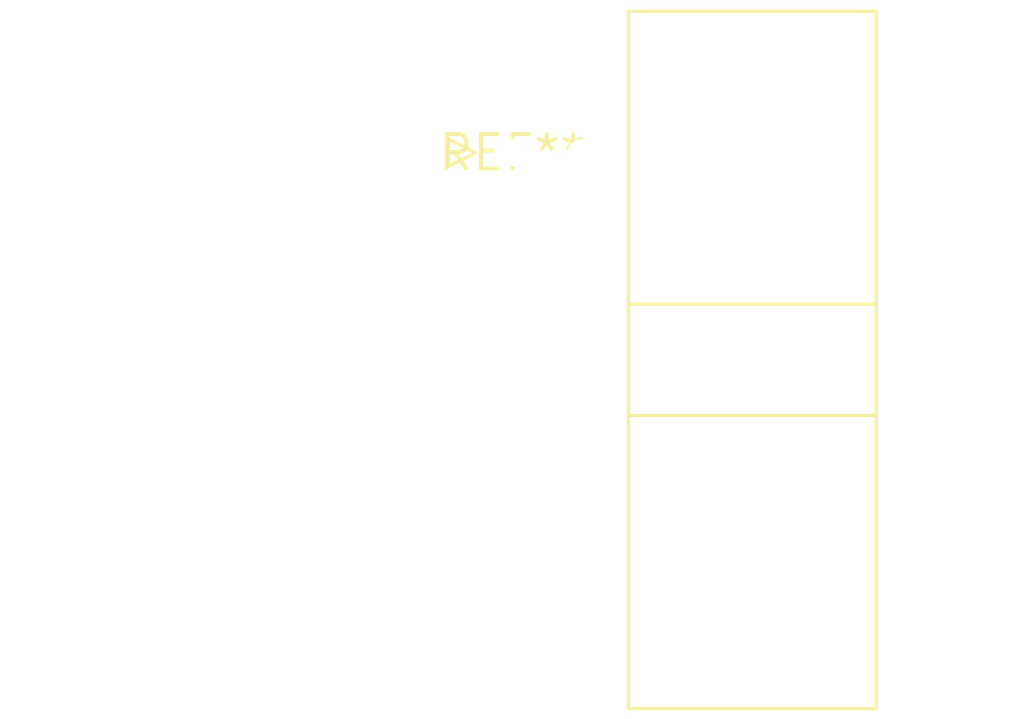
<source format=kicad_pcb>
(kicad_pcb (version 20240108) (generator pcbnew)
  (layers (0 "F.Cu" signal) (31 "B.Cu" signal) (34 "B.Paste" user) (35 "F.Paste" user) (36 "B.SilkS" user "B.Silkscreen") (37 "F.SilkS" user "F.Silkscreen") (38 "B.Mask" user) (39 "F.Mask" user) (44 "Edge.Cuts" user))
  (net 0 "")
  (footprint "IDC-Header_2x07_P2.54mm_Horizontal" (layer "F.Cu") (at 0 0)
    (property "Reference" "REF**")
    (property "Value" "IDC-Header_2x07_P2.54mm_Horizontal")
    (fp_line (start -2.35 -0.5) (end -2.35 0.5) (layer "F.SilkS") (stroke (width 0.12)))
    (fp_line (start -2.35 0.5) (end -1.35 0) (layer "F.SilkS") (stroke (width 0.12)))
    (fp_line (start -1.35 0) (end -2.35 -0.5) (layer "F.SilkS") (stroke (width 0.12)))
    (fp_line (start 4.27 -5.21) (end 13.39 -5.21) (layer "F.SilkS") (stroke (width 0.12)))
    (fp_line (start 4.27 5.57) (end 13.39 5.57) (layer "F.SilkS") (stroke (width 0.12)))
    (fp_line (start 4.27 9.67) (end 13.39 9.67) (layer "F.SilkS") (stroke (width 0.12)))
    (fp_line (start 4.27 20.45) (end 4.27 -5.21) (layer "F.SilkS") (stroke (width 0.12)))
    (fp_line (start 13.39 -5.21) (end 13.39 20.45) (layer "F.SilkS") (stroke (width 0.12)))
    (fp_line (start 13.39 20.45) (end 4.27 20.45) (layer "F.SilkS") (stroke (width 0.12)))
    (pad "1" thru_hole roundrect (at 0 0) (size 1.7 1.7) (drill 1) (layers *.Cu *.Mask) (remove_unused_layers) (roundrect_rratio 0.147059))
    (pad "2" thru_hole circle (at 2.54 0) (size 1.7 1.7) (drill 1) (layers *.Cu *.Mask) (remove_unused_layers))
    (pad "3" thru_hole circle (at 0 2.54) (size 1.7 1.7) (drill 1) (layers *.Cu *.Mask) (remove_unused_layers))
    (pad "4" thru_hole circle (at 2.54 2.54) (size 1.7 1.7) (drill 1) (layers *.Cu *.Mask) (remove_unused_layers))
    (pad "5" thru_hole circle (at 0 5.08) (size 1.7 1.7) (drill 1) (layers *.Cu *.Mask) (remove_unused_layers))
    (pad "6" thru_hole circle (at 2.54 5.08) (size 1.7 1.7) (drill 1) (layers *.Cu *.Mask) (remove_unused_layers))
    (pad "7" thru_hole circle (at 0 7.62) (size 1.7 1.7) (drill 1) (layers *.Cu *.Mask) (remove_unused_layers))
    (pad "8" thru_hole circle (at 2.54 7.62) (size 1.7 1.7) (drill 1) (layers *.Cu *.Mask) (remove_unused_layers))
    (pad "9" thru_hole circle (at 0 10.16) (size 1.7 1.7) (drill 1) (layers *.Cu *.Mask) (remove_unused_layers))
    (pad "10" thru_hole circle (at 2.54 10.16) (size 1.7 1.7) (drill 1) (layers *.Cu *.Mask) (remove_unused_layers))
    (pad "11" thru_hole circle (at 0 12.7) (size 1.7 1.7) (drill 1) (layers *.Cu *.Mask) (remove_unused_layers))
    (pad "12" thru_hole circle (at 2.54 12.7) (size 1.7 1.7) (drill 1) (layers *.Cu *.Mask) (remove_unused_layers))
    (pad "13" thru_hole circle (at 0 15.24) (size 1.7 1.7) (drill 1) (layers *.Cu *.Mask) (remove_unused_layers))
    (pad "14" thru_hole circle (at 2.54 15.24) (size 1.7 1.7) (drill 1) (layers *.Cu *.Mask) (remove_unused_layers))
  )
)
</source>
